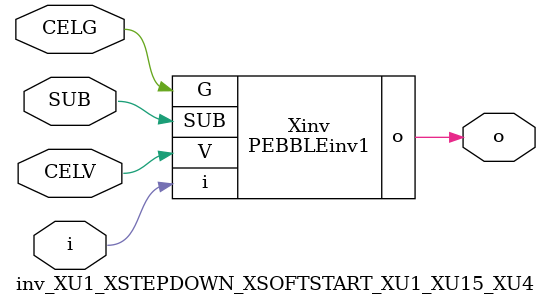
<source format=v>



module PEBBLEinv1 ( o, G, SUB, V, i );

  input V;
  input i;
  input G;
  output o;
  input SUB;
endmodule

//Celera Confidential Do Not Copy inv_XU1_XSTEPDOWN_XSOFTSTART_XU1_XU15_XU4
//Celera Confidential Symbol Generator
//5V Inverter
module inv_XU1_XSTEPDOWN_XSOFTSTART_XU1_XU15_XU4 (CELV,CELG,i,o,SUB);
input CELV;
input CELG;
input i;
input SUB;
output o;

//Celera Confidential Do Not Copy inv
PEBBLEinv1 Xinv(
.V (CELV),
.i (i),
.o (o),
.SUB (SUB),
.G (CELG)
);
//,diesize,PEBBLEinv1

//Celera Confidential Do Not Copy Module End
//Celera Schematic Generator
endmodule

</source>
